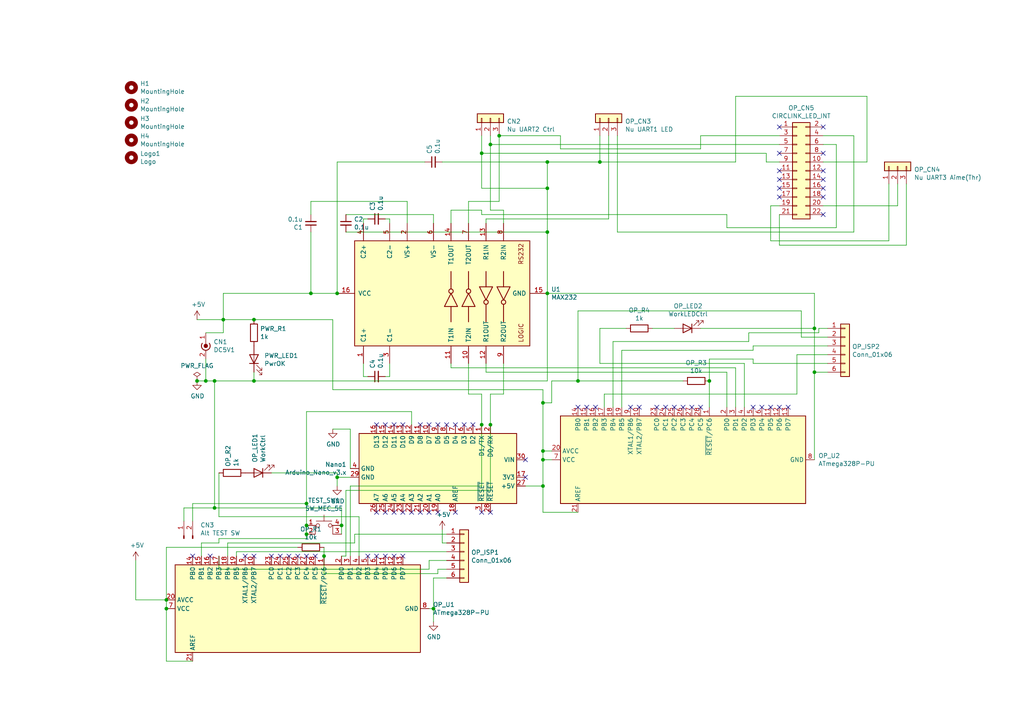
<source format=kicad_sch>
(kicad_sch (version 20211123) (generator eeschema)
  (paper "A4")
  (title_block (title "REVIO") (date "2021-03-25") (rev "r3") (company "NTSK-Lab"))
  (lib_symbols
    (symbol "Connector:Conn_01x02_Male" (pin_names (offset 1.016) hide)
      (property "Reference" "J" (at 0 2.54 0))
      (property "Value" "Conn_01x02_Male" (at 0 -5.08 0))
      (symbol "Conn_01x02_Male_1_1"
        (polyline (pts (xy 1.27 -2.54) (xy 0.8636 -2.54)) (stroke (width 0.1524)))
        (polyline (pts (xy 1.27 0) (xy 0.8636 0)) (stroke (width 0.1524)))
        (rectangle (start 0.8636 -2.413) (end 0 -2.667) (stroke (width 0.1524)) (fill (type outline)))
        (rectangle (start 0.8636 0.127) (end 0 -0.127) (stroke (width 0.1524)) (fill (type outline)))
        (pin passive line (at 5.08 0 180) (length 3.81) (name "Pin_1") (number "1"))
        (pin passive line (at 5.08 -2.54 180) (length 3.81) (name "Pin_2") (number "2"))
      )
    )
    (symbol "Connector:Conn_Coaxial_Power" (pin_names (offset 1.016) hide)
      (property "Reference" "J" (at -5.08 -1.27 90))
      (property "Value" "Conn_Coaxial_Power" (at -3.175 -1.27 90))
      (symbol "Conn_Coaxial_Power_0_1"
        (arc (start -1.27 -1.27) (mid 0 -2.54) (end 1.27 -1.27) (stroke (width 0.254)))
        (arc (start -1.016 -0.508) (mid -1.2048 -0.8684) (end -1.27 -1.27) (stroke (width 0.254)))
        (circle (center 0 -1.27) (radius 0.508) (stroke (width 0.2032)) (fill (type outline)))
        (polyline (pts (xy 0 -2.54) (xy 0 -3.048)))
        (polyline (pts (xy 0 0) (xy 0 -1.27)))
        (arc (start 1.27 -1.27) (mid 1.2048 -0.8684) (end 1.016 -0.508) (stroke (width 0.254)))
      )
      (symbol "Conn_Coaxial_Power_1_1"
        (pin passive line (at 0 2.54 270) (length 2.54) (name "In") (number "1"))
        (pin passive line (at 0 -5.08 90) (length 2.54) (name "Ext") (number "2"))
      )
    )
    (symbol "Connector_Generic:Conn_01x03" (pin_names (offset 1.016) hide)
      (property "Reference" "J" (at 0 5.08 0))
      (property "Value" "Conn_01x03" (at 0 -5.08 0))
      (symbol "Conn_01x03_1_1"
        (rectangle (start -1.27 -2.413) (end 0 -2.667) (stroke (width 0.1524)))
        (rectangle (start -1.27 0.127) (end 0 -0.127) (stroke (width 0.1524)))
        (rectangle (start -1.27 2.667) (end 0 2.413) (stroke (width 0.1524)))
        (rectangle (start -1.27 3.81) (end 1.27 -3.81) (stroke (width 0.254)) (fill (type background)))
        (pin passive line (at -5.08 2.54 0) (length 3.81) (name "Pin_1") (number "1"))
        (pin passive line (at -5.08 0 0) (length 3.81) (name "Pin_2") (number "2"))
        (pin passive line (at -5.08 -2.54 0) (length 3.81) (name "Pin_3") (number "3"))
      )
    )
    (symbol "Connector_Generic:Conn_01x06" (pin_names (offset 1.016) hide)
      (property "Reference" "J" (at 0 7.62 0))
      (property "Value" "Conn_01x06" (at 0 -10.16 0))
      (symbol "Conn_01x06_1_1"
        (rectangle (start -1.27 -7.493) (end 0 -7.747) (stroke (width 0.1524)))
        (rectangle (start -1.27 -4.953) (end 0 -5.207) (stroke (width 0.1524)))
        (rectangle (start -1.27 -2.413) (end 0 -2.667) (stroke (width 0.1524)))
        (rectangle (start -1.27 0.127) (end 0 -0.127) (stroke (width 0.1524)))
        (rectangle (start -1.27 2.667) (end 0 2.413) (stroke (width 0.1524)))
        (rectangle (start -1.27 5.207) (end 0 4.953) (stroke (width 0.1524)))
        (rectangle (start -1.27 6.35) (end 1.27 -8.89) (stroke (width 0.254)) (fill (type background)))
        (pin passive line (at -5.08 5.08 0) (length 3.81) (name "Pin_1") (number "1"))
        (pin passive line (at -5.08 2.54 0) (length 3.81) (name "Pin_2") (number "2"))
        (pin passive line (at -5.08 0 0) (length 3.81) (name "Pin_3") (number "3"))
        (pin passive line (at -5.08 -2.54 0) (length 3.81) (name "Pin_4") (number "4"))
        (pin passive line (at -5.08 -5.08 0) (length 3.81) (name "Pin_5") (number "5"))
        (pin passive line (at -5.08 -7.62 0) (length 3.81) (name "Pin_6") (number "6"))
      )
    )
    (symbol "Connector_Generic:Conn_02x11_Odd_Even" (pin_names (offset 1.016) hide)
      (property "Reference" "J" (at 1.27 15.24 0))
      (property "Value" "Conn_02x11_Odd_Even" (at 1.27 -15.24 0))
      (symbol "Conn_02x11_Odd_Even_1_1"
        (rectangle (start -1.27 -12.573) (end 0 -12.827) (stroke (width 0.1524)))
        (rectangle (start -1.27 -10.033) (end 0 -10.287) (stroke (width 0.1524)))
        (rectangle (start -1.27 -7.493) (end 0 -7.747) (stroke (width 0.1524)))
        (rectangle (start -1.27 -4.953) (end 0 -5.207) (stroke (width 0.1524)))
        (rectangle (start -1.27 -2.413) (end 0 -2.667) (stroke (width 0.1524)))
        (rectangle (start -1.27 0.127) (end 0 -0.127) (stroke (width 0.1524)))
        (rectangle (start -1.27 2.667) (end 0 2.413) (stroke (width 0.1524)))
        (rectangle (start -1.27 5.207) (end 0 4.953) (stroke (width 0.1524)))
        (rectangle (start -1.27 7.747) (end 0 7.493) (stroke (width 0.1524)))
        (rectangle (start -1.27 10.287) (end 0 10.033) (stroke (width 0.1524)))
        (rectangle (start -1.27 12.827) (end 0 12.573) (stroke (width 0.1524)))
        (rectangle (start -1.27 13.97) (end 3.81 -13.97) (stroke (width 0.254)) (fill (type background)))
        (rectangle (start 3.81 -12.573) (end 2.54 -12.827) (stroke (width 0.1524)))
        (rectangle (start 3.81 -10.033) (end 2.54 -10.287) (stroke (width 0.1524)))
        (rectangle (start 3.81 -7.493) (end 2.54 -7.747) (stroke (width 0.1524)))
        (rectangle (start 3.81 -4.953) (end 2.54 -5.207) (stroke (width 0.1524)))
        (rectangle (start 3.81 -2.413) (end 2.54 -2.667) (stroke (width 0.1524)))
        (rectangle (start 3.81 0.127) (end 2.54 -0.127) (stroke (width 0.1524)))
        (rectangle (start 3.81 2.667) (end 2.54 2.413) (stroke (width 0.1524)))
        (rectangle (start 3.81 5.207) (end 2.54 4.953) (stroke (width 0.1524)))
        (rectangle (start 3.81 7.747) (end 2.54 7.493) (stroke (width 0.1524)))
        (rectangle (start 3.81 10.287) (end 2.54 10.033) (stroke (width 0.1524)))
        (rectangle (start 3.81 12.827) (end 2.54 12.573) (stroke (width 0.1524)))
        (pin passive line (at -5.08 12.7 0) (length 3.81) (name "Pin_1") (number "1"))
        (pin passive line (at 7.62 2.54 180) (length 3.81) (name "Pin_10") (number "10"))
        (pin passive line (at -5.08 0 0) (length 3.81) (name "Pin_11") (number "11"))
        (pin passive line (at 7.62 0 180) (length 3.81) (name "Pin_12") (number "12"))
        (pin passive line (at -5.08 -2.54 0) (length 3.81) (name "Pin_13") (number "13"))
        (pin passive line (at 7.62 -2.54 180) (length 3.81) (name "Pin_14") (number "14"))
        (pin passive line (at -5.08 -5.08 0) (length 3.81) (name "Pin_15") (number "15"))
        (pin passive line (at 7.62 -5.08 180) (length 3.81) (name "Pin_16") (number "16"))
        (pin passive line (at -5.08 -7.62 0) (length 3.81) (name "Pin_17") (number "17"))
        (pin passive line (at 7.62 -7.62 180) (length 3.81) (name "Pin_18") (number "18"))
        (pin passive line (at -5.08 -10.16 0) (length 3.81) (name "Pin_19") (number "19"))
        (pin passive line (at 7.62 12.7 180) (length 3.81) (name "Pin_2") (number "2"))
        (pin passive line (at 7.62 -10.16 180) (length 3.81) (name "Pin_20") (number "20"))
        (pin passive line (at -5.08 -12.7 0) (length 3.81) (name "Pin_21") (number "21"))
        (pin passive line (at 7.62 -12.7 180) (length 3.81) (name "Pin_22") (number "22"))
        (pin passive line (at -5.08 10.16 0) (length 3.81) (name "Pin_3") (number "3"))
        (pin passive line (at 7.62 10.16 180) (length 3.81) (name "Pin_4") (number "4"))
        (pin passive line (at -5.08 7.62 0) (length 3.81) (name "Pin_5") (number "5"))
        (pin passive line (at 7.62 7.62 180) (length 3.81) (name "Pin_6") (number "6"))
        (pin passive line (at -5.08 5.08 0) (length 3.81) (name "Pin_7") (number "7"))
        (pin passive line (at 7.62 5.08 180) (length 3.81) (name "Pin_8") (number "8"))
        (pin passive line (at -5.08 2.54 0) (length 3.81) (name "Pin_9") (number "9"))
      )
    )
    (symbol "Device:C_Small" (pin_numbers hide) (pin_names (offset 0.254) hide)
      (property "Reference" "C" (at 0.254 1.778 0))
      (property "Value" "C_Small" (at 0.254 -2.032 0))
      (symbol "C_Small_0_1"
        (polyline (pts (xy -1.524 -0.508) (xy 1.524 -0.508)) (stroke (width 0.3302)))
        (polyline (pts (xy -1.524 0.508) (xy 1.524 0.508)) (stroke (width 0.3048)))
      )
      (symbol "C_Small_1_1"
        (pin passive line (at 0 2.54 270) (length 2.032) (name "~") (number "1"))
        (pin passive line (at 0 -2.54 90) (length 2.032) (name "~") (number "2"))
      )
    )
    (symbol "Device:LED" (pin_numbers hide) (pin_names (offset 1.016) hide)
      (property "Reference" "D" (at 0 2.54 0))
      (property "Value" "LED" (at 0 -2.54 0))
      (symbol "LED_0_1"
        (polyline (pts (xy -1.27 -1.27) (xy -1.27 1.27)) (stroke (width 0.254)))
        (polyline (pts (xy -1.27 0) (xy 1.27 0)))
        (polyline (pts (xy 1.27 -1.27) (xy 1.27 1.27) (xy -1.27 0) (xy 1.27 -1.27)) (stroke (width 0.254)))
        (polyline (pts (xy -3.048 -0.762) (xy -4.572 -2.286) (xy -3.81 -2.286) (xy -4.572 -2.286) (xy -4.572 -1.524)))
        (polyline (pts (xy -1.778 -0.762) (xy -3.302 -2.286) (xy -2.54 -2.286) (xy -3.302 -2.286) (xy -3.302 -1.524)))
      )
      (symbol "LED_1_1"
        (pin passive line (at -3.81 0 0) (length 2.54) (name "K") (number "1"))
        (pin passive line (at 3.81 0 180) (length 2.54) (name "A") (number "2"))
      )
    )
    (symbol "Device:R" (pin_numbers hide) (pin_names (offset 0))
      (property "Reference" "R" (at 2.032 0 90))
      (property "Value" "R" (at 0 0 90))
      (symbol "R_0_1"
        (rectangle (start -1.016 -2.54) (end 1.016 2.54) (stroke (width 0.254)))
      )
      (symbol "R_1_1"
        (pin passive line (at 0 3.81 270) (length 1.27) (name "~") (number "1"))
        (pin passive line (at 0 -3.81 90) (length 1.27) (name "~") (number "2"))
      )
    )
    (symbol "Interface_UART:ADM232A" (pin_names (offset 1.016))
      (property "Reference" "U" (at -2.54 28.575 0))
      (property "Value" "ADM232A" (at -2.54 26.67 0))
      (symbol "ADM232A_0_0"
        (text "LOGIC" (at -11.43 -22.86 0) (effects (font (size 1.27 1.27))))
        (text "RS232" (at 11.43 -22.86 0) (effects (font (size 1.27 1.27))))
      )
      (symbol "ADM232A_0_1"
        (rectangle (start -15.24 -25.4) (end 15.24 25.4) (stroke (width 0.254)) (fill (type background)))
        (circle (center -2.54 -17.78) (radius 0.635) (stroke (width 0.254)))
        (circle (center -2.54 -12.7) (radius 0.635) (stroke (width 0.254)))
        (polyline (pts (xy -3.81 -7.62) (xy -8.255 -7.62)) (stroke (width 0.254)))
        (polyline (pts (xy -3.81 -2.54) (xy -8.255 -2.54)) (stroke (width 0.254)))
        (polyline (pts (xy -3.175 -17.78) (xy -8.255 -17.78)) (stroke (width 0.254)))
        (polyline (pts (xy -3.175 -12.7) (xy -8.255 -12.7)) (stroke (width 0.254)))
        (polyline (pts (xy 1.27 -7.62) (xy 6.35 -7.62)) (stroke (width 0.254)))
        (polyline (pts (xy 1.27 -2.54) (xy 6.35 -2.54)) (stroke (width 0.254)))
        (polyline (pts (xy 1.905 -17.78) (xy 6.35 -17.78)) (stroke (width 0.254)))
        (polyline (pts (xy 1.905 -12.7) (xy 6.35 -12.7)) (stroke (width 0.254)))
        (polyline (pts (xy -3.81 -5.715) (xy -3.81 -9.525) (xy 0 -7.62) (xy -3.81 -5.715)) (stroke (width 0.254)))
        (polyline (pts (xy -3.81 -0.635) (xy -3.81 -4.445) (xy 0 -2.54) (xy -3.81 -0.635)) (stroke (width 0.254)))
        (polyline (pts (xy 1.905 -15.875) (xy 1.905 -19.685) (xy -1.905 -17.78) (xy 1.905 -15.875)) (stroke (width 0.254)))
        (polyline (pts (xy 1.905 -10.795) (xy 1.905 -14.605) (xy -1.905 -12.7) (xy 1.905 -10.795)) (stroke (width 0.254)))
        (circle (center 0.635 -7.62) (radius 0.635) (stroke (width 0.254)))
        (circle (center 0.635 -2.54) (radius 0.635) (stroke (width 0.254)))
      )
      (symbol "ADM232A_1_1"
        (pin passive line (at -20.32 22.86 0) (length 5.08) (name "C1+") (number "1"))
        (pin input line (at -20.32 -7.62 0) (length 5.08) (name "T2IN") (number "10"))
        (pin input line (at -20.32 -2.54 0) (length 5.08) (name "T1IN") (number "11"))
        (pin output line (at -20.32 -12.7 0) (length 5.08) (name "R1OUT") (number "12"))
        (pin input line (at 20.32 -12.7 180) (length 5.08) (name "R1IN") (number "13"))
        (pin output line (at 20.32 -2.54 180) (length 5.08) (name "T1OUT") (number "14"))
        (pin power_in line (at 0 -30.48 90) (length 5.08) (name "GND") (number "15"))
        (pin power_in line (at 0 30.48 270) (length 5.08) (name "VCC") (number "16"))
        (pin power_out line (at 20.32 10.16 180) (length 5.08) (name "VS+") (number "2"))
        (pin passive line (at -20.32 15.24 0) (length 5.08) (name "C1-") (number "3"))
        (pin passive line (at 20.32 22.86 180) (length 5.08) (name "C2+") (number "4"))
        (pin passive line (at 20.32 15.24 180) (length 5.08) (name "C2-") (number "5"))
        (pin power_out line (at 20.32 2.54 180) (length 5.08) (name "VS-") (number "6"))
        (pin output line (at 20.32 -7.62 180) (length 5.08) (name "T2OUT") (number "7"))
        (pin input line (at 20.32 -17.78 180) (length 5.08) (name "R2IN") (number "8"))
        (pin output line (at -20.32 -17.78 0) (length 5.08) (name "R2OUT") (number "9"))
      )
    )
    (symbol "MCU_Microchip_ATmega:ATmega328-P"
      (property "Reference" "U" (at -12.7 36.83 0))
      (property "Value" "ATmega328-P" (at 2.54 -36.83 0))
      (symbol "ATmega328-P_0_1"
        (rectangle (start -12.7 -35.56) (end 12.7 35.56) (stroke (width 0.254)) (fill (type background)))
      )
      (symbol "ATmega328-P_1_1"
        (pin bidirectional line (at 15.24 -7.62 180) (length 2.54) (name "~{RESET}/PC6") (number "1"))
        (pin bidirectional line (at 15.24 12.7 180) (length 2.54) (name "XTAL2/PB7") (number "10"))
        (pin bidirectional line (at 15.24 -25.4 180) (length 2.54) (name "PD5") (number "11"))
        (pin bidirectional line (at 15.24 -27.94 180) (length 2.54) (name "PD6") (number "12"))
        (pin bidirectional line (at 15.24 -30.48 180) (length 2.54) (name "PD7") (number "13"))
        (pin bidirectional line (at 15.24 30.48 180) (length 2.54) (name "PB0") (number "14"))
        (pin bidirectional line (at 15.24 27.94 180) (length 2.54) (name "PB1") (number "15"))
        (pin bidirectional line (at 15.24 25.4 180) (length 2.54) (name "PB2") (number "16"))
        (pin bidirectional line (at 15.24 22.86 180) (length 2.54) (name "PB3") (number "17"))
        (pin bidirectional line (at 15.24 20.32 180) (length 2.54) (name "PB4") (number "18"))
        (pin bidirectional line (at 15.24 17.78 180) (length 2.54) (name "PB5") (number "19"))
        (pin bidirectional line (at 15.24 -12.7 180) (length 2.54) (name "PD0") (number "2"))
        (pin power_in line (at 2.54 38.1 270) (length 2.54) (name "AVCC") (number "20"))
        (pin passive line (at -15.24 30.48 0) (length 2.54) (name "AREF") (number "21"))
        (pin passive line (at 0 -38.1 90) (length 2.54) hide (name "GND") (number "22"))
        (pin bidirectional line (at 15.24 7.62 180) (length 2.54) (name "PC0") (number "23"))
        (pin bidirectional line (at 15.24 5.08 180) (length 2.54) (name "PC1") (number "24"))
        (pin bidirectional line (at 15.24 2.54 180) (length 2.54) (name "PC2") (number "25"))
        (pin bidirectional line (at 15.24 0 180) (length 2.54) (name "PC3") (number "26"))
        (pin bidirectional line (at 15.24 -2.54 180) (length 2.54) (name "PC4") (number "27"))
        (pin bidirectional line (at 15.24 -5.08 180) (length 2.54) (name "PC5") (number "28"))
        (pin bidirectional line (at 15.24 -15.24 180) (length 2.54) (name "PD1") (number "3"))
        (pin bidirectional line (at 15.24 -17.78 180) (length 2.54) (name "PD2") (number "4"))
        (pin bidirectional line (at 15.24 -20.32 180) (length 2.54) (name "PD3") (number "5"))
        (pin bidirectional line (at 15.24 -22.86 180) (length 2.54) (name "PD4") (number "6"))
        (pin power_in line (at 0 38.1 270) (length 2.54) (name "VCC") (number "7"))
        (pin power_in line (at 0 -38.1 90) (length 2.54) (name "GND") (number "8"))
        (pin bidirectional line (at 15.24 15.24 180) (length 2.54) (name "XTAL1/PB6") (number "9"))
      )
    )
    (symbol "MCU_Module:Arduino_Nano_v3.x"
      (property "Reference" "A" (at -10.16 23.495 0))
      (property "Value" "Arduino_Nano_v3.x" (at 5.08 -24.13 0))
      (symbol "Arduino_Nano_v3.x_0_1"
        (rectangle (start -10.16 22.86) (end 10.16 -22.86) (stroke (width 0.254)) (fill (type background)))
      )
      (symbol "Arduino_Nano_v3.x_1_1"
        (pin bidirectional line (at -12.7 12.7 0) (length 2.54) (name "D1/TX") (number "1"))
        (pin bidirectional line (at -12.7 -2.54 0) (length 2.54) (name "D7") (number "10"))
        (pin bidirectional line (at -12.7 -5.08 0) (length 2.54) (name "D8") (number "11"))
        (pin bidirectional line (at -12.7 -7.62 0) (length 2.54) (name "D9") (number "12"))
        (pin bidirectional line (at -12.7 -10.16 0) (length 2.54) (name "D10") (number "13"))
        (pin bidirectional line (at -12.7 -12.7 0) (length 2.54) (name "D11") (number "14"))
        (pin bidirectional line (at -12.7 -15.24 0) (length 2.54) (name "D12") (number "15"))
        (pin bidirectional line (at -12.7 -17.78 0) (length 2.54) (name "D13") (number "16"))
        (pin power_out line (at 2.54 25.4 270) (length 2.54) (name "3V3") (number "17"))
        (pin input line (at 12.7 5.08 180) (length 2.54) (name "AREF") (number "18"))
        (pin bidirectional line (at 12.7 0 180) (length 2.54) (name "A0") (number "19"))
        (pin bidirectional line (at -12.7 15.24 0) (length 2.54) (name "D0/RX") (number "2"))
        (pin bidirectional line (at 12.7 -2.54 180) (length 2.54) (name "A1") (number "20"))
        (pin bidirectional line (at 12.7 -5.08 180) (length 2.54) (name "A2") (number "21"))
        (pin bidirectional line (at 12.7 -7.62 180) (length 2.54) (name "A3") (number "22"))
        (pin bidirectional line (at 12.7 -10.16 180) (length 2.54) (name "A4") (number "23"))
        (pin bidirectional line (at 12.7 -12.7 180) (length 2.54) (name "A5") (number "24"))
        (pin bidirectional line (at 12.7 -15.24 180) (length 2.54) (name "A6") (number "25"))
        (pin bidirectional line (at 12.7 -17.78 180) (length 2.54) (name "A7") (number "26"))
        (pin power_out line (at 5.08 25.4 270) (length 2.54) (name "+5V") (number "27"))
        (pin input line (at 12.7 15.24 180) (length 2.54) (name "~{RESET}") (number "28"))
        (pin power_in line (at 2.54 -25.4 90) (length 2.54) (name "GND") (number "29"))
        (pin input line (at 12.7 12.7 180) (length 2.54) (name "~{RESET}") (number "3"))
        (pin power_in line (at -2.54 25.4 270) (length 2.54) (name "VIN") (number "30"))
        (pin power_in line (at 0 -25.4 90) (length 2.54) (name "GND") (number "4"))
        (pin bidirectional line (at -12.7 10.16 0) (length 2.54) (name "D2") (number "5"))
        (pin bidirectional line (at -12.7 7.62 0) (length 2.54) (name "D3") (number "6"))
        (pin bidirectional line (at -12.7 5.08 0) (length 2.54) (name "D4") (number "7"))
        (pin bidirectional line (at -12.7 2.54 0) (length 2.54) (name "D5") (number "8"))
        (pin bidirectional line (at -12.7 0 0) (length 2.54) (name "D6") (number "9"))
      )
    )
    (symbol "Mechanical:MountingHole" (pin_names (offset 1.016))
      (property "Reference" "H" (at 0 5.08 0))
      (property "Value" "MountingHole" (at 0 3.175 0))
      (symbol "MountingHole_0_1"
        (circle (center 0 0) (radius 1.27) (stroke (width 1.27)))
      )
    )
    (symbol "Switch:SW_MEC_5E" (pin_names (offset 1.016) hide)
      (property "Reference" "SW" (at 0.635 5.715 0))
      (property "Value" "SW_MEC_5E" (at 0 -3.175 0))
      (symbol "SW_MEC_5E_0_1"
        (circle (center -1.778 2.54) (radius 0.508))
        (polyline (pts (xy -2.286 3.81) (xy 2.286 3.81)))
        (polyline (pts (xy 0 3.81) (xy 0 5.588)))
        (polyline (pts (xy -2.54 0) (xy -2.54 2.54) (xy -2.286 2.54)))
        (polyline (pts (xy 2.54 0) (xy 2.54 2.54) (xy 2.286 2.54)))
        (circle (center 1.778 2.54) (radius 0.508))
        (pin passive line (at -5.08 2.54 0) (length 2.54) (name "1") (number "1"))
        (pin passive line (at -5.08 0 0) (length 2.54) (name "2") (number "2"))
        (pin passive line (at 5.08 0 180) (length 2.54) (name "K") (number "3"))
        (pin passive line (at 5.08 2.54 180) (length 2.54) (name "A") (number "4"))
      )
    )
    (symbol "power:+5V" (power) (pin_names (offset 0))
      (property "Value" "+5V" (at 0 3.556 0))
      (symbol "+5V_0_1"
        (polyline (pts (xy -0.762 1.27) (xy 0 2.54)))
        (polyline (pts (xy 0 0) (xy 0 2.54)))
        (polyline (pts (xy 0 2.54) (xy 0.762 1.27)))
      )
      (symbol "+5V_1_1"
        (pin power_in line (at 0 0 90) (length 0) hide (name "+5V") (number "1"))
      )
    )
    (symbol "power:GND" (power) (pin_names (offset 0))
      (property "Value" "GND" (at 0 -3.81 0))
      (symbol "GND_0_1"
        (polyline (pts (xy 0 0) (xy 0 -1.27) (xy 1.27 -1.27) (xy 0 -2.54) (xy -1.27 -1.27) (xy 0 -1.27)))
      )
      (symbol "GND_1_1"
        (pin power_in line (at 0 0 270) (length 0) hide (name "GND") (number "1"))
      )
    )
    (symbol "power:PWR_FLAG" (power) (pin_numbers hide) (pin_names (offset 0) hide)
      (property "Value" "PWR_FLAG" (at 0 3.81 0))
      (symbol "PWR_FLAG_0_0"
        (pin power_out line (at 0 0 90) (length 0) (name "pwr") (number "1"))
      )
      (symbol "PWR_FLAG_0_1"
        (polyline (pts (xy 0 0) (xy 0 1.27) (xy -1.016 1.905) (xy 0 2.54) (xy 1.016 1.905) (xy 0 1.27)))
      )
    )
  )
  (junction (at 157.48 116.84))
  (junction (at 62.23 110.49))
  (junction (at 88.9 154.94))
  (junction (at 173.99 46.99))
  (junction (at 97.79 85.09))
  (junction (at 62.23 147.32))
  (junction (at 59.69 110.49))
  (junction (at 158.75 67.31))
  (junction (at 97.79 138.43))
  (junction (at 158.75 46.99))
  (junction (at 90.17 85.09))
  (junction (at 64.77 92.71))
  (junction (at 139.7 123.19))
  (junction (at 48.26 176.53))
  (junction (at 93.98 161.29))
  (junction (at 144.78 39.37))
  (junction (at 205.74 110.49))
  (junction (at 158.75 85.09))
  (junction (at 236.22 107.95))
  (junction (at 139.7 44.45))
  (junction (at 73.66 110.49))
  (junction (at 57.15 110.49))
  (junction (at 167.64 110.49))
  (junction (at 88.9 152.4))
  (junction (at 236.22 95.25))
  (junction (at 88.9 146.05))
  (junction (at 157.48 133.35))
  (junction (at 73.66 92.71))
  (junction (at 125.73 176.53))
  (junction (at 158.75 54.61))
  (junction (at 157.48 140.97))
  (junction (at 48.26 173.99))
  (junction (at 142.24 123.19))
  (junction (at 142.24 41.91))
  (junction (at 157.48 130.81))
  (junction (at 99.06 152.4))
  (no_connect (at 132.08 148.59))
  (no_connect (at 203.2 118.11))
  (no_connect (at 116.84 148.59))
  (no_connect (at 121.92 148.59))
  (no_connect (at 226.06 52.07))
  (no_connect (at 226.06 54.61))
  (no_connect (at 226.06 36.83))
  (no_connect (at 185.42 118.11))
  (no_connect (at 238.76 49.53))
  (no_connect (at 170.18 118.11))
  (no_connect (at 226.06 44.45))
  (no_connect (at 152.4 138.43))
  (no_connect (at 238.76 36.83))
  (no_connect (at 86.36 161.29))
  (no_connect (at 198.12 118.11))
  (no_connect (at 91.44 161.29))
  (no_connect (at 78.74 161.29))
  (no_connect (at 152.4 133.35))
  (no_connect (at 114.3 161.29))
  (no_connect (at 223.52 118.11))
  (no_connect (at 71.12 161.29))
  (no_connect (at 114.3 148.59))
  (no_connect (at 127 123.19))
  (no_connect (at 81.28 161.29))
  (no_connect (at 106.68 161.29))
  (no_connect (at 238.76 44.45))
  (no_connect (at 226.06 57.15))
  (no_connect (at 228.6 118.11))
  (no_connect (at 109.22 161.29))
  (no_connect (at 55.88 161.29))
  (no_connect (at 238.76 54.61))
  (no_connect (at 182.88 118.11))
  (no_connect (at 124.46 148.59))
  (no_connect (at 88.9 161.29))
  (no_connect (at 73.66 161.29))
  (no_connect (at 83.82 161.29))
  (no_connect (at 193.04 118.11))
  (no_connect (at 238.76 52.07))
  (no_connect (at 226.06 118.11))
  (no_connect (at 137.16 123.19))
  (no_connect (at 142.24 148.59))
  (no_connect (at 218.44 118.11))
  (no_connect (at 114.3 123.19))
  (no_connect (at 111.76 148.59))
  (no_connect (at 121.92 123.19))
  (no_connect (at 132.08 123.19))
  (no_connect (at 238.76 57.15))
  (no_connect (at 190.5 118.11))
  (no_connect (at 127 148.59))
  (no_connect (at 195.58 118.11))
  (no_connect (at 124.46 123.19))
  (no_connect (at 139.7 148.59))
  (no_connect (at 60.96 161.29))
  (no_connect (at 129.54 123.19))
  (no_connect (at 226.06 49.53))
  (no_connect (at 119.38 148.59))
  (no_connect (at 238.76 62.23))
  (no_connect (at 116.84 123.19))
  (no_connect (at 200.66 118.11))
  (no_connect (at 116.84 161.29))
  (no_connect (at 109.22 148.59))
  (no_connect (at 111.76 161.29))
  (no_connect (at 172.72 118.11))
  (no_connect (at 109.22 123.19))
  (no_connect (at 111.76 123.19))
  (no_connect (at 167.64 118.11))
  (no_connect (at 220.98 118.11))
  (no_connect (at 134.62 123.19))
  (wire (pts (xy 231.14 102.87) (xy 231.14 114.3)))
  (wire (pts (xy 160.02 133.35) (xy 157.48 133.35)))
  (wire (pts (xy 222.25 44.45) (xy 222.25 46.99)))
  (wire (pts (xy 129.54 167.64) (xy 125.73 167.64)))
  (wire (pts (xy 135.89 64.77) (xy 135.89 58.42)))
  (wire (pts (xy 102.87 154.94) (xy 102.87 157.48)))
  (wire (pts (xy 231.14 114.3) (xy 175.26 114.3)))
  (wire (pts (xy 140.97 64.77) (xy 140.97 63.5)))
  (wire (pts (xy 68.58 160.02) (xy 129.54 160.02)))
  (wire (pts (xy 97.79 137.16) (xy 97.79 138.43)))
  (wire (pts (xy 247.65 39.37) (xy 238.76 39.37)))
  (wire (pts (xy 63.5 157.48) (xy 58.42 157.48)))
  (wire (pts (xy 104.14 161.29) (xy 104.14 149.86)))
  (wire (pts (xy 210.82 62.23) (xy 210.82 66.04)))
  (wire (pts (xy 242.57 66.04) (xy 242.57 41.91)))
  (wire (pts (xy 139.7 62.23) (xy 210.82 62.23)))
  (wire (pts (xy 203.2 95.25) (xy 236.22 95.25)))
  (wire (pts (xy 48.26 173.99) (xy 48.26 176.53)))
  (wire (pts (xy 90.17 67.31) (xy 90.17 85.09)))
  (wire (pts (xy 142.24 39.37) (xy 142.24 41.91)))
  (wire (pts (xy 139.7 123.19) (xy 139.7 114.3)))
  (wire (pts (xy 236.22 95.25) (xy 236.22 107.95)))
  (wire (pts (xy 113.03 63.5) (xy 113.03 64.77)))
  (wire (pts (xy 73.66 110.49) (xy 158.75 110.49)))
  (wire (pts (xy 140.97 105.41) (xy 140.97 107.95)))
  (wire (pts (xy 158.75 85.09) (xy 158.75 67.31)))
  (wire (pts (xy 55.88 191.77) (xy 48.26 191.77)))
  (wire (pts (xy 101.6 138.43) (xy 97.79 138.43)))
  (wire (pts (xy 262.89 71.12) (xy 262.89 53.34)))
  (wire (pts (xy 93.98 161.29) (xy 93.98 166.37)))
  (wire (pts (xy 146.05 60.96) (xy 142.24 60.96)))
  (wire (pts (xy 129.54 162.56) (xy 124.46 162.56)))
  (wire (pts (xy 218.44 105.41) (xy 218.44 104.14)))
  (wire (pts (xy 104.14 149.86) (xy 63.5 149.86)))
  (wire (pts (xy 57.15 110.49) (xy 59.69 110.49)))
  (wire (pts (xy 173.99 46.99) (xy 173.99 39.37)))
  (wire (pts (xy 100.33 142.24) (xy 142.24 142.24)))
  (wire (pts (xy 127 166.37) (xy 93.98 166.37)))
  (wire (pts (xy 142.24 114.3) (xy 142.24 123.19)))
  (wire (pts (xy 62.23 110.49) (xy 59.69 110.49)))
  (wire (pts (xy 96.52 124.46) (xy 101.6 124.46)))
  (wire (pts (xy 64.77 92.71) (xy 64.77 96.52)))
  (wire (pts (xy 167.64 90.17) (xy 167.64 110.49)))
  (wire (pts (xy 88.9 154.94) (xy 88.9 152.4)))
  (wire (pts (xy 251.46 46.99) (xy 238.76 46.99)))
  (wire (pts (xy 39.37 173.99) (xy 39.37 162.56)))
  (wire (pts (xy 223.52 69.85) (xy 257.81 69.85)))
  (wire (pts (xy 160.02 116.84) (xy 157.48 116.84)))
  (wire (pts (xy 64.77 92.71) (xy 73.66 92.71)))
  (wire (pts (xy 59.69 110.49) (xy 59.69 104.14)))
  (wire (pts (xy 179.07 67.31) (xy 247.65 67.31)))
  (wire (pts (xy 158.75 46.99) (xy 173.99 46.99)))
  (wire (pts (xy 139.7 140.97) (xy 139.7 123.19)))
  (wire (pts (xy 142.24 41.91) (xy 142.24 60.96)))
  (wire (pts (xy 226.06 59.69) (xy 223.52 59.69)))
  (wire (pts (xy 105.41 105.41) (xy 105.41 109.22)))
  (wire (pts (xy 213.36 27.94) (xy 251.46 27.94)))
  (wire (pts (xy 66.04 157.48) (xy 66.04 161.29)))
  (wire (pts (xy 129.54 165.1) (xy 127 165.1)))
  (wire (pts (xy 130.81 64.77) (xy 130.81 60.96)))
  (wire (pts (xy 232.41 90.17) (xy 167.64 90.17)))
  (wire (pts (xy 127 165.1) (xy 127 166.37)))
  (wire (pts (xy 105.41 109.22) (xy 106.68 109.22)))
  (wire (pts (xy 101.6 140.97) (xy 139.7 140.97)))
  (wire (pts (xy 90.17 58.42) (xy 118.11 58.42)))
  (wire (pts (xy 140.97 107.95) (xy 210.82 107.95)))
  (wire (pts (xy 90.17 85.09) (xy 97.79 85.09)))
  (wire (pts (xy 101.6 161.29) (xy 101.6 140.97)))
  (wire (pts (xy 130.81 60.96) (xy 139.7 60.96)))
  (wire (pts (xy 139.7 39.37) (xy 139.7 44.45)))
  (wire (pts (xy 53.34 147.32) (xy 53.34 151.13)))
  (wire (pts (xy 236.22 95.25) (xy 236.22 85.09)))
  (wire (pts (xy 88.9 146.05) (xy 88.9 119.38)))
  (wire (pts (xy 139.7 60.96) (xy 139.7 62.23)))
  (wire (pts (xy 226.06 62.23) (xy 226.06 71.12)))
  (wire (pts (xy 125.73 176.53) (xy 125.73 180.34)))
  (wire (pts (xy 113.03 109.22) (xy 113.03 105.41)))
  (wire (pts (xy 260.35 59.69) (xy 260.35 53.34)))
  (wire (pts (xy 64.77 96.52) (xy 59.69 96.52)))
  (wire (pts (xy 73.66 92.71) (xy 96.52 92.71)))
  (wire (pts (xy 217.17 99.06) (xy 177.8 99.06)))
  (wire (pts (xy 167.64 110.49) (xy 198.12 110.49)))
  (wire (pts (xy 63.5 156.21) (xy 63.5 157.48)))
  (wire (pts (xy 238.76 59.69) (xy 260.35 59.69)))
  (wire (pts (xy 251.46 27.94) (xy 251.46 46.99)))
  (wire (pts (xy 93.98 158.75) (xy 93.98 161.29)))
  (wire (pts (xy 63.5 149.86) (xy 63.5 137.16)))
  (wire (pts (xy 158.75 67.31) (xy 158.75 54.61)))
  (wire (pts (xy 55.88 146.05) (xy 88.9 146.05)))
  (wire (pts (xy 158.75 46.99) (xy 158.75 54.61)))
  (wire (pts (xy 129.54 157.48) (xy 128.27 157.48)))
  (wire (pts (xy 105.41 63.5) (xy 105.41 64.77)))
  (wire (pts (xy 99.06 154.94) (xy 99.06 152.4)))
  (wire (pts (xy 97.79 138.43) (xy 97.79 140.97)))
  (wire (pts (xy 236.22 85.09) (xy 158.75 85.09)))
  (wire (pts (xy 88.9 119.38) (xy 119.38 119.38)))
  (wire (pts (xy 167.64 148.59) (xy 157.48 148.59)))
  (wire (pts (xy 129.54 154.94) (xy 102.87 154.94)))
  (wire (pts (xy 242.57 41.91) (xy 238.76 41.91)))
  (wire (pts (xy 157.48 148.59) (xy 157.48 140.97)))
  (wire (pts (xy 240.03 95.25) (xy 237.49 95.25)))
  (wire (pts (xy 160.02 110.49) (xy 167.64 110.49)))
  (wire (pts (xy 213.36 106.68) (xy 130.81 106.68)))
  (wire (pts (xy 124.46 165.1) (xy 63.5 165.1)))
  (wire (pts (xy 213.36 46.99) (xy 213.36 27.94)))
  (wire (pts (xy 124.46 176.53) (xy 125.73 176.53)))
  (wire (pts (xy 125.73 62.23) (xy 125.73 64.77)))
  (wire (pts (xy 179.07 39.37) (xy 179.07 67.31)))
  (wire (pts (xy 205.74 118.11) (xy 205.74 110.49)))
  (wire (pts (xy 157.48 116.84) (xy 157.48 130.81)))
  (wire (pts (xy 213.36 118.11) (xy 213.36 106.68)))
  (wire (pts (xy 58.42 157.48) (xy 58.42 161.29)))
  (wire (pts (xy 240.03 107.95) (xy 236.22 107.95)))
  (wire (pts (xy 128.27 157.48) (xy 128.27 153.67)))
  (wire (pts (xy 157.48 130.81) (xy 157.48 133.35)))
  (wire (pts (xy 48.26 176.53) (xy 48.26 191.77)))
  (wire (pts (xy 203.2 39.37) (xy 226.06 39.37)))
  (wire (pts (xy 146.05 114.3) (xy 142.24 114.3)))
  (wire (pts (xy 247.65 67.31) (xy 247.65 39.37)))
  (wire (pts (xy 205.74 104.14) (xy 205.74 110.49)))
  (wire (pts (xy 173.99 105.41) (xy 173.99 95.25)))
  (wire (pts (xy 68.58 160.02) (xy 68.58 161.29)))
  (wire (pts (xy 119.38 123.19) (xy 119.38 119.38)))
  (wire (pts (xy 139.7 44.45) (xy 222.25 44.45)))
  (wire (pts (xy 135.89 58.42) (xy 144.78 58.42)))
  (wire (pts (xy 90.17 62.23) (xy 90.17 58.42)))
  (wire (pts (xy 86.36 158.75) (xy 48.26 158.75)))
  (wire (pts (xy 189.23 95.25) (xy 195.58 95.25)))
  (wire (pts (xy 111.76 109.22) (xy 113.03 109.22)))
  (wire (pts (xy 240.03 105.41) (xy 218.44 105.41)))
  (wire (pts (xy 162.56 43.18) (xy 203.2 43.18)))
  (wire (pts (xy 175.26 114.3) (xy 175.26 118.11)))
  (wire (pts (xy 176.53 39.37) (xy 176.53 63.5)))
  (wire (pts (xy 158.75 54.61) (xy 139.7 54.61)))
  (wire (pts (xy 139.7 44.45) (xy 139.7 54.61)))
  (wire (pts (xy 210.82 107.95) (xy 210.82 118.11)))
  (wire (pts (xy 96.52 113.03) (xy 157.48 113.03)))
  (wire (pts (xy 88.9 156.21) (xy 63.5 156.21)))
  (wire (pts (xy 73.66 110.49) (xy 62.23 110.49)))
  (wire (pts (xy 160.02 110.49) (xy 160.02 116.84)))
  (wire (pts (xy 48.26 158.75) (xy 48.26 173.99)))
  (wire (pts (xy 218.44 100.33) (xy 218.44 101.6)))
  (wire (pts (xy 100.33 67.31) (xy 158.75 67.31)))
  (wire (pts (xy 100.33 62.23) (xy 125.73 62.23)))
  (wire (pts (xy 160.02 130.81) (xy 157.48 130.81)))
  (wire (pts (xy 57.15 92.71) (xy 64.77 92.71)))
  (wire (pts (xy 88.9 152.4) (xy 88.9 146.05)))
  (wire (pts (xy 203.2 43.18) (xy 203.2 39.37)))
  (wire (pts (xy 162.56 39.37) (xy 162.56 43.18)))
  (wire (pts (xy 97.79 46.99) (xy 97.79 85.09)))
  (wire (pts (xy 180.34 101.6) (xy 180.34 118.11)))
  (wire (pts (xy 111.76 63.5) (xy 113.03 63.5)))
  (wire (pts (xy 73.66 107.95) (xy 73.66 110.49)))
  (wire (pts (xy 140.97 63.5) (xy 176.53 63.5)))
  (wire (pts (xy 158.75 110.49) (xy 158.75 85.09)))
  (wire (pts (xy 157.48 113.03) (xy 157.48 116.84)))
  (wire (pts (xy 157.48 133.35) (xy 157.48 140.97)))
  (wire (pts (xy 99.06 161.29) (xy 100.33 161.29)))
  (wire (pts (xy 240.03 97.79) (xy 232.41 97.79)))
  (wire (pts (xy 142.24 142.24) (xy 142.24 123.19)))
  (wire (pts (xy 173.99 46.99) (xy 213.36 46.99)))
  (wire (pts (xy 223.52 59.69) (xy 223.52 69.85)))
  (wire (pts (xy 144.78 39.37) (xy 144.78 58.42)))
  (wire (pts (xy 222.25 46.99) (xy 226.06 46.99)))
  (wire (pts (xy 124.46 162.56) (xy 124.46 165.1)))
  (wire (pts (xy 237.49 95.25) (xy 237.49 96.52)))
  (wire (pts (xy 177.8 99.06) (xy 177.8 118.11)))
  (wire (pts (xy 62.23 147.32) (xy 62.23 110.49)))
  (wire (pts (xy 236.22 133.35) (xy 236.22 107.95)))
  (wire (pts (xy 128.27 46.99) (xy 158.75 46.99)))
  (wire (pts (xy 102.87 157.48) (xy 66.04 157.48)))
  (wire (pts (xy 232.41 97.79) (xy 232.41 90.17)))
  (wire (pts (xy 62.23 147.32) (xy 53.34 147.32)))
  (wire (pts (xy 96.52 92.71) (xy 96.52 113.03)))
  (wire (pts (xy 64.77 85.09) (xy 64.77 92.71)))
  (wire (pts (xy 146.05 64.77) (xy 146.05 60.96)))
  (wire (pts (xy 63.5 161.29) (xy 63.5 165.1)))
  (wire (pts (xy 100.33 161.29) (xy 100.33 142.24)))
  (wire (pts (xy 237.49 96.52) (xy 217.17 96.52)))
  (wire (pts (xy 180.34 101.6) (xy 218.44 101.6)))
  (wire (pts (xy 146.05 105.41) (xy 146.05 114.3)))
  (wire (pts (xy 55.88 146.05) (xy 55.88 151.13)))
  (wire (pts (xy 217.17 96.52) (xy 217.17 99.06)))
  (wire (pts (xy 123.19 46.99) (xy 97.79 46.99)))
  (wire (pts (xy 231.14 102.87) (xy 240.03 102.87)))
  (wire (pts (xy 210.82 66.04) (xy 242.57 66.04)))
  (wire (pts (xy 205.74 104.14) (xy 218.44 104.14)))
  (wire (pts (xy 142.24 41.91) (xy 226.06 41.91)))
  (wire (pts (xy 144.78 39.37) (xy 162.56 39.37)))
  (wire (pts (xy 78.74 137.16) (xy 97.79 137.16)))
  (wire (pts (xy 106.68 63.5) (xy 105.41 63.5)))
  (wire (pts (xy 215.9 118.11) (xy 215.9 105.41)))
  (wire (pts (xy 48.26 173.99) (xy 39.37 173.99)))
  (wire (pts (xy 88.9 156.21) (xy 88.9 154.94)))
  (wire (pts (xy 99.06 152.4) (xy 99.06 147.32)))
  (wire (pts (xy 62.23 147.32) (xy 99.06 147.32)))
  (wire (pts (xy 257.81 69.85) (xy 257.81 53.34)))
  (wire (pts (xy 139.7 114.3) (xy 135.89 114.3)))
  (wire (pts (xy 125.73 167.64) (xy 125.73 176.53)))
  (wire (pts (xy 215.9 105.41) (xy 173.99 105.41)))
  (wire (pts (xy 135.89 114.3) (xy 135.89 105.41)))
  (wire (pts (xy 157.48 140.97) (xy 152.4 140.97)))
  (wire (pts (xy 226.06 71.12) (xy 262.89 71.12)))
  (wire (pts (xy 90.17 85.09) (xy 64.77 85.09)))
  (wire (pts (xy 101.6 124.46) (xy 101.6 135.89)))
  (wire (pts (xy 130.81 106.68) (xy 130.81 105.41)))
  (wire (pts (xy 173.99 95.25) (xy 181.61 95.25)))
  (wire (pts (xy 118.11 58.42) (xy 118.11 64.77)))
  (wire (pts (xy 240.03 100.33) (xy 218.44 100.33)))
  (symbol (lib_id "Device:C_Small") (at 125.73 46.99 90) (unit 1)
    (property "Reference" "C5" (at 124.5616 44.6532 0) (effects (justify left)))
    (property "Value" "0.1u" (at 126.873 44.6532 0) (effects (justify left)))
    (property "Footprint" "Capacitor_THT:C_Disc_D5.0mm_W2.5mm_P5.00mm" (effects hide))
  )
  (symbol (lib_id "Device:C_Small") (at 109.22 109.22 90) (unit 1)
    (property "Reference" "C4" (at 108.0516 106.8832 0) (effects (justify left)))
    (property "Value" "0.1u" (at 110.363 106.8832 0) (effects (justify left)))
    (property "Footprint" "Capacitor_THT:C_Disc_D5.0mm_W2.5mm_P5.00mm" (effects hide))
  )
  (symbol (lib_id "Device:C_Small") (at 109.22 63.5 90) (unit 1)
    (property "Reference" "C3" (at 108.0516 61.1632 0) (effects (justify left)))
    (property "Value" "0.1u" (at 110.363 61.1632 0) (effects (justify left)))
    (property "Footprint" "Capacitor_THT:C_Disc_D5.0mm_W2.5mm_P5.00mm" (effects hide))
  )
  (symbol (lib_id "Device:C_Small") (at 100.33 64.77 0) (unit 1)
    (property "Reference" "C2" (at 102.6668 63.6016 0) (effects (justify left)))
    (property "Value" "0.1u" (at 102.6668 65.913 0) (effects (justify left)))
    (property "Footprint" "Capacitor_THT:C_Disc_D5.0mm_W2.5mm_P5.00mm" (effects hide))
  )
  (symbol (lib_id "Device:C_Small") (at 90.17 64.77 180) (unit 1)
    (property "Reference" "C1" (at 87.8332 65.9384 0) (effects (justify left)))
    (property "Value" "0.1u" (at 87.8332 63.627 0) (effects (justify left)))
    (property "Footprint" "Capacitor_THT:C_Disc_D5.0mm_W2.5mm_P5.00mm" (effects hide))
  )
  (symbol (lib_id "Interface_UART:ADM232A") (at 128.27 85.09 90) (unit 1)
    (property "Reference" "U1" (at 159.8676 83.9216 90) (effects (justify right)))
    (property "Value" "MAX232" (at 159.8676 86.233 90) (effects (justify right)))
    (property "Footprint" "Package_DIP:DIP-16_W7.62mm" (effects hide))
    (property "Datasheet" "https://www.analog.com/media/en/technical-documentation/data-sheets/ADM222_232A_242.pdf" (effects hide))
  )
  (symbol (lib_id "MCU_Module:Arduino_Nano_v3.x") (at 127 135.89 270) (unit 1)
    (property "Reference" "Nano1" (at 100.5078 134.7216 90) (effects (justify right)))
    (property "Value" "Arduino_Nano_v3.x" (at 100.5078 137.033 90) (effects (justify right)))
    (property "Footprint" "Module:Arduino_Nano" (effects hide))
    (property "Datasheet" "http://www.mouser.com/pdfdocs/Gravitech_Arduino_Nano3_0.pdf" (effects hide))
  )
  (symbol (lib_id "power:+5V") (at 57.15 92.71 0) (unit 1)
    (property "Reference" "#PWR01" (effects hide))
    (property "Value" "+5V" (at 57.531 88.3158 0))
  )
  (symbol (lib_id "power:GND") (at 57.15 110.49 0) (unit 1)
    (property "Reference" "#PWR0103" (effects hide))
    (property "Value" "GND" (at 57.277 114.8842 0))
  )
  (symbol (lib_id "Connector_Generic:Conn_01x03") (at 142.24 34.29 90) (unit 1)
    (property "Reference" "CN2" (at 147.0152 35.2044 90) (effects (justify right)))
    (property "Value" "Nu UART2 Ctrl" (at 147.0152 37.5158 90) (effects (justify right)))
    (property "Footprint" "Connector_JST:JST_XH_B3B-XH-A_1x03_P2.50mm_Vertical" (effects hide))
  )
  (symbol (lib_id "Connector:Conn_01x02_Male") (at 53.34 156.21 90) (unit 1)
    (property "Reference" "CN3" (at 58.1152 152.2984 90) (effects (justify right)))
    (property "Value" "Alt TEST SW" (at 58.1152 154.6098 90) (effects (justify right)))
    (property "Footprint" "Connector_JST:JST_XH_B2B-XH-A_1x02_P2.50mm_Vertical" (effects hide))
  )
  (symbol (lib_id "Connector:Conn_Coaxial_Power") (at 59.69 99.06 0) (unit 1)
    (property "Reference" "CN1" (at 61.9252 99.1616 0) (effects (justify left)))
    (property "Value" "DC5V1" (at 61.9252 101.473 0) (effects (justify left)))
    (property "Footprint" "Connector_BarrelJack:BarrelJack_Horizontal" (effects hide))
  )
  (symbol (lib_id "MCU_Microchip_ATmega:ATmega328-P") (at 198.12 133.35 90) (unit 1)
    (property "Reference" "OP_U2" (at 237.3376 132.1816 90) (effects (justify right)))
    (property "Value" "ATmega328P-PU" (at 237.3376 134.493 90) (effects (justify right)))
    (property "Footprint" "Package_DIP:DIP-28_W7.62mm" (effects hide))
    (property "Datasheet" "http://ww1.microchip.com/downloads/en/DeviceDoc/ATmega328_P%20AVR%20MCU%20with%20picoPower%20Technology%20Data%20Sheet%2040001984A.pdf" (effects hide))
  )
  (symbol (lib_id "Device:R") (at 201.93 110.49 270) (unit 1)
    (property "Reference" "OP_R3" (at 201.93 105.2322 90))
    (property "Value" "10k" (at 201.93 107.5436 90))
    (property "Footprint" "Resistor_THT:R_Axial_DIN0207_L6.3mm_D2.5mm_P10.16mm_Horizontal" (effects hide))
  )
  (symbol (lib_id "Connector_Generic:Conn_02x11_Odd_Even") (at 231.14 49.53 0) (unit 1)
    (property "Reference" "OP_CN5" (at 232.41 31.3182 0))
    (property "Value" "CIRCLINK_LED_INT" (at 232.41 33.6296 0))
    (property "Footprint" "footprint:JST_XAD_B22B-XADSS-N_2x11_P2.50mm_Vertical" (effects hide))
  )
  (symbol (lib_id "Connector_Generic:Conn_01x03") (at 176.53 34.29 90) (unit 1)
    (property "Reference" "OP_CN3" (at 181.3052 35.2044 90) (effects (justify right)))
    (property "Value" "Nu UART1 LED" (at 181.3052 37.5158 90) (effects (justify right)))
    (property "Footprint" "Connector_JST:JST_XH_B3B-XH-A_1x03_P2.50mm_Vertical" (effects hide))
  )
  (symbol (lib_id "Device:R") (at 185.42 95.25 270) (unit 1)
    (property "Reference" "OP_R4" (at 185.42 89.9922 90))
    (property "Value" "1k" (at 185.42 92.3036 90))
    (property "Footprint" "Resistor_THT:R_Axial_DIN0207_L6.3mm_D2.5mm_P10.16mm_Horizontal" (effects hide))
  )
  (symbol (lib_id "Device:LED") (at 199.39 95.25 180) (unit 1)
    (property "Reference" "OP_LED2" (at 199.5678 88.773 0))
    (property "Value" "WorkLEDCtrl" (at 199.5678 91.0844 0))
    (property "Footprint" "LED_THT:LED_D3.0mm" (effects hide))
  )
  (symbol (lib_id "Device:R") (at 73.66 96.52 0) (unit 1)
    (property "Reference" "PWR_R1" (at 75.438 95.3516 0) (effects (justify left)))
    (property "Value" "1k" (at 75.438 97.663 0) (effects (justify left)))
    (property "Footprint" "Resistor_THT:R_Axial_DIN0207_L6.3mm_D2.5mm_P10.16mm_Horizontal" (effects hide))
  )
  (symbol (lib_id "Device:LED") (at 73.66 104.14 90) (unit 1)
    (property "Reference" "PWR_LED1" (at 76.6572 103.1494 90) (effects (justify right)))
    (property "Value" "PwrOK" (at 76.6572 105.4608 90) (effects (justify right)))
    (property "Footprint" "LED_THT:LED_D3.0mm" (effects hide))
  )
  (symbol (lib_id "Connector_Generic:Conn_01x03") (at 260.35 48.26 90) (unit 1)
    (property "Reference" "OP_CN4" (at 265.1252 49.1744 90) (effects (justify right)))
    (property "Value" "Nu UART3 Aime(Thr)" (at 265.1252 51.4858 90) (effects (justify right)))
    (property "Footprint" "Connector_JST:JST_XH_B3B-XH-A_1x03_P2.50mm_Vertical" (effects hide))
  )
  (symbol (lib_id "power:GND") (at 97.79 140.97 0) (unit 1)
    (property "Reference" "#PWR0101" (effects hide))
    (property "Value" "GND" (at 97.917 145.3642 0))
  )
  (symbol (lib_id "Mechanical:MountingHole") (at 38.1 25.4 0) (unit 1)
    (property "Reference" "H1" (at 40.64 24.2316 0) (effects (justify left)))
    (property "Value" "MountingHole" (at 40.64 26.543 0) (effects (justify left)))
    (property "Footprint" "MountingHole:MountingHole_3.2mm_M3" (effects hide))
  )
  (symbol (lib_id "Mechanical:MountingHole") (at 38.1 30.48 0) (unit 1)
    (property "Reference" "H2" (at 40.64 29.3116 0) (effects (justify left)))
    (property "Value" "MountingHole" (at 40.64 31.623 0) (effects (justify left)))
    (property "Footprint" "MountingHole:MountingHole_3.2mm_M3" (effects hide))
  )
  (symbol (lib_id "Mechanical:MountingHole") (at 38.1 35.56 0) (unit 1)
    (property "Reference" "H3" (at 40.64 34.3916 0) (effects (justify left)))
    (property "Value" "MountingHole" (at 40.64 36.703 0) (effects (justify left)))
    (property "Footprint" "MountingHole:MountingHole_3.2mm_M3" (effects hide))
  )
  (symbol (lib_id "Mechanical:MountingHole") (at 38.1 40.64 0) (unit 1)
    (property "Reference" "H4" (at 40.64 39.4716 0) (effects (justify left)))
    (property "Value" "MountingHole" (at 40.64 41.783 0) (effects (justify left)))
    (property "Footprint" "MountingHole:MountingHole_3.2mm_M3" (effects hide))
  )
  (symbol (lib_id "power:GND") (at 96.52 124.46 0) (unit 1)
    (property "Reference" "#PWR0102" (effects hide))
    (property "Value" "GND" (at 96.647 128.8542 0))
  )
  (symbol (lib_id "Connector_Generic:Conn_01x06") (at 245.11 100.33 0) (unit 1)
    (property "Reference" "OP_ISP2" (at 247.142 100.5332 0) (effects (justify left)))
    (property "Value" "Conn_01x06" (at 247.142 102.8446 0) (effects (justify left)))
    (property "Footprint" "Connector_PinHeader_2.54mm:PinHeader_2x03_P2.54mm_Vertical" (effects hide))
  )
  (symbol (lib_id "Mechanical:MountingHole") (at 38.1 45.72 0) (unit 1)
    (property "Reference" "Logo1" (at 40.64 44.5516 0) (effects (justify left)))
    (property "Value" "Logo" (at 40.64 46.863 0) (effects (justify left)))
    (property "Footprint" "logos:revio" (effects hide))
  )
  (symbol (lib_id "MCU_Microchip_ATmega:ATmega328-P") (at 86.36 176.53 90) (unit 1)
    (property "Reference" "OP_U1" (at 125.5776 175.3616 90) (effects (justify right)))
    (property "Value" "ATmega328P-PU" (at 125.5776 177.673 90) (effects (justify right)))
    (property "Footprint" "Package_DIP:DIP-28_W7.62mm" (effects hide))
    (property "Datasheet" "http://ww1.microchip.com/downloads/en/DeviceDoc/ATmega328_P%20AVR%20MCU%20with%20picoPower%20Technology%20Data%20Sheet%2040001984A.pdf" (effects hide))
  )
  (symbol (lib_id "power:GND") (at 125.73 180.34 0) (unit 1)
    (property "Reference" "#PWR0104" (effects hide))
    (property "Value" "GND" (at 125.857 184.7342 0))
  )
  (symbol (lib_id "Connector_Generic:Conn_01x06") (at 134.62 160.02 0) (unit 1)
    (property "Reference" "OP_ISP1" (at 136.652 160.2232 0) (effects (justify left)))
    (property "Value" "Conn_01x06" (at 136.652 162.5346 0) (effects (justify left)))
    (property "Footprint" "Connector_PinHeader_2.54mm:PinHeader_2x03_P2.54mm_Vertical" (effects hide))
  )
  (symbol (lib_id "power:+5V") (at 39.37 162.56 0) (unit 1)
    (property "Reference" "#PWR0105" (effects hide))
    (property "Value" "+5V" (at 39.751 158.1658 0))
  )
  (symbol (lib_id "Device:R") (at 90.17 158.75 270) (unit 1)
    (property "Reference" "OP_R1" (at 90.17 153.4922 90))
    (property "Value" "10k" (at 90.17 155.8036 90))
    (property "Footprint" "Resistor_THT:R_Axial_DIN0207_L6.3mm_D2.5mm_P10.16mm_Horizontal" (effects hide))
  )
  (symbol (lib_id "power:+5V") (at 128.27 153.67 0) (unit 1)
    (property "Reference" "#PWR0106" (effects hide))
    (property "Value" "+5V" (at 128.651 149.2758 0))
  )
  (symbol (lib_id "Device:R") (at 67.31 137.16 90) (unit 1)
    (property "Reference" "OP_R2" (at 66.1416 135.382 0) (effects (justify left)))
    (property "Value" "1k" (at 68.453 135.382 0) (effects (justify left)))
    (property "Footprint" "Resistor_THT:R_Axial_DIN0207_L6.3mm_D2.5mm_P10.16mm_Horizontal" (effects hide))
  )
  (symbol (lib_id "Device:LED") (at 74.93 137.16 180) (unit 1)
    (property "Reference" "OP_LED1" (at 73.9394 134.1628 90) (effects (justify right)))
    (property "Value" "WorkCtrl" (at 76.2508 134.1628 90) (effects (justify right)))
    (property "Footprint" "LED_THT:LED_D3.0mm" (effects hide))
  )
  (symbol (lib_id "Switch:SW_MEC_5E") (at 93.98 154.94 0) (unit 1)
    (property "Reference" "TEST_SW1" (at 93.98 145.161 0))
    (property "Value" "SW_MEC_5E" (at 93.98 147.4724 0))
    (property "Footprint" "Button_Switch_THT:SW_TH_Tactile_Omron_B3F-10xx" (effects hide))
    (property "Datasheet" "http://www.apem.com/int/index.php?controller=attachment&id_attachment=1371" (effects hide))
  )
  (symbol (lib_id "power:PWR_FLAG") (at 57.15 110.49 0) (unit 1)
    (property "Reference" "#FLG0102" (effects hide))
    (property "Value" "PWR_FLAG" (at 57.15 106.0958 0))
  )
)
</source>
